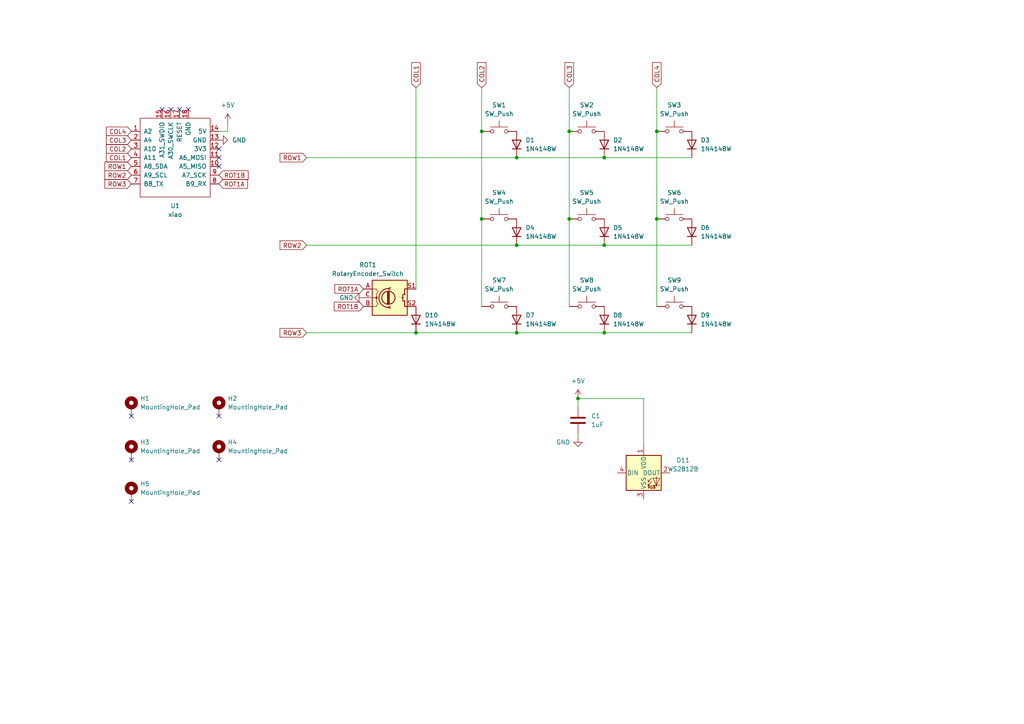
<source format=kicad_sch>
(kicad_sch (version 20230121) (generator eeschema)
  (paper "A4")
  (lib_symbols
    (symbol "Device:C" (pin_numbers hide) (pin_names (offset 0.254))
      (property "Reference" "C" (at 0.635 2.54 0))
      (property "Value" "C" (at 0.635 -2.54 0))
      (symbol "C_0_1"
        (polyline (pts (xy -2.032 -0.762) (xy 2.032 -0.762)) (stroke (width 0.508)))
        (polyline (pts (xy -2.032 0.762) (xy 2.032 0.762)) (stroke (width 0.508)))
      )
      (symbol "C_1_1"
        (pin passive line (at 0 3.81 270) (length 2.794) (name "~") (number "1"))
        (pin passive line (at 0 -3.81 90) (length 2.794) (name "~") (number "2"))
      )
    )
    (symbol "Device:RotaryEncoder_Switch" (pin_names (offset 0.254) hide)
      (property "Reference" "SW" (at 0 6.604 0))
      (property "Value" "RotaryEncoder_Switch" (at 0 -6.604 0))
      (symbol "RotaryEncoder_Switch_0_1"
        (rectangle (start -5.08 5.08) (end 5.08 -5.08) (stroke (width 0.254)) (fill (type background)))
        (circle (center -3.81 0) (radius 0.254) (fill (type outline)))
        (circle (center -0.381 0) (radius 1.905) (stroke (width 0.254)))
        (arc (start -0.381 2.667) (mid -3.0988 -0.0635) (end -0.381 -2.794) (stroke (width 0.254)))
        (polyline (pts (xy -0.635 -1.778) (xy -0.635 1.778)) (stroke (width 0.254)))
        (polyline (pts (xy -0.381 -1.778) (xy -0.381 1.778)) (stroke (width 0.254)))
        (polyline (pts (xy -0.127 1.778) (xy -0.127 -1.778)) (stroke (width 0.254)))
        (polyline (pts (xy 3.81 0) (xy 3.429 0)) (stroke (width 0.254)))
        (polyline (pts (xy 3.81 1.016) (xy 3.81 -1.016)) (stroke (width 0.254)))
        (polyline (pts (xy -5.08 -2.54) (xy -3.81 -2.54) (xy -3.81 -2.032)))
        (polyline (pts (xy -5.08 2.54) (xy -3.81 2.54) (xy -3.81 2.032)))
        (polyline (pts (xy 0.254 -3.048) (xy -0.508 -2.794) (xy 0.127 -2.413)) (stroke (width 0.254)))
        (polyline (pts (xy 0.254 2.921) (xy -0.508 2.667) (xy 0.127 2.286)) (stroke (width 0.254)))
        (polyline (pts (xy 5.08 -2.54) (xy 4.318 -2.54) (xy 4.318 -1.016)) (stroke (width 0.254)))
        (polyline (pts (xy 5.08 2.54) (xy 4.318 2.54) (xy 4.318 1.016)) (stroke (width 0.254)))
        (polyline (pts (xy -5.08 0) (xy -3.81 0) (xy -3.81 -1.016) (xy -3.302 -2.032)))
        (polyline (pts (xy -4.318 0) (xy -3.81 0) (xy -3.81 1.016) (xy -3.302 2.032)))
        (circle (center 4.318 -1.016) (radius 0.127) (stroke (width 0.254)))
        (circle (center 4.318 1.016) (radius 0.127) (stroke (width 0.254)))
      )
      (symbol "RotaryEncoder_Switch_1_1"
        (pin passive line (at -7.62 2.54 0) (length 2.54) (name "A") (number "A"))
        (pin passive line (at -7.62 -2.54 0) (length 2.54) (name "B") (number "B"))
        (pin passive line (at -7.62 0 0) (length 2.54) (name "C") (number "C"))
        (pin passive line (at 7.62 2.54 180) (length 2.54) (name "S1") (number "S1"))
        (pin passive line (at 7.62 -2.54 180) (length 2.54) (name "S2") (number "S2"))
      )
    )
    (symbol "Diode:1N4148W" (pin_numbers hide) (pin_names (offset 1.016) hide)
      (property "Reference" "D" (at 0 2.54 0))
      (property "Value" "1N4148W" (at 0 -2.54 0))
      (symbol "1N4148W_0_1"
        (polyline (pts (xy -1.27 1.27) (xy -1.27 -1.27)) (stroke (width 0.254)))
        (polyline (pts (xy 1.27 0) (xy -1.27 0)))
        (polyline (pts (xy 1.27 1.27) (xy 1.27 -1.27) (xy -1.27 0) (xy 1.27 1.27)) (stroke (width 0.254)))
      )
      (symbol "1N4148W_1_1"
        (pin passive line (at -3.81 0 0) (length 2.54) (name "K") (number "1"))
        (pin passive line (at 3.81 0 180) (length 2.54) (name "A") (number "2"))
      )
    )
    (symbol "LED:WS2812B" (pin_names (offset 0.254))
      (property "Reference" "D" (at 5.08 5.715 0))
      (property "Value" "WS2812B" (at 1.27 -5.715 0))
      (symbol "WS2812B_0_0"
        (text "RGB" (at 2.286 -4.191 0) (effects (font (size 0.762 0.762))))
      )
      (symbol "WS2812B_0_1"
        (polyline (pts (xy 1.27 -3.556) (xy 1.778 -3.556)))
        (polyline (pts (xy 1.27 -2.54) (xy 1.778 -2.54)))
        (polyline (pts (xy 4.699 -3.556) (xy 2.667 -3.556)))
        (polyline (pts (xy 2.286 -2.54) (xy 1.27 -3.556) (xy 1.27 -3.048)))
        (polyline (pts (xy 2.286 -1.524) (xy 1.27 -2.54) (xy 1.27 -2.032)))
        (polyline (pts (xy 3.683 -1.016) (xy 3.683 -3.556) (xy 3.683 -4.064)))
        (polyline (pts (xy 4.699 -1.524) (xy 2.667 -1.524) (xy 3.683 -3.556) (xy 4.699 -1.524)))
        (rectangle (start 5.08 5.08) (end -5.08 -5.08) (stroke (width 0.254)) (fill (type background)))
      )
      (symbol "WS2812B_1_1"
        (pin power_in line (at 0 7.62 270) (length 2.54) (name "VDD") (number "1"))
        (pin output line (at 7.62 0 180) (length 2.54) (name "DOUT") (number "2"))
        (pin power_in line (at 0 -7.62 90) (length 2.54) (name "VSS") (number "3"))
        (pin input line (at -7.62 0 0) (length 2.54) (name "DIN") (number "4"))
      )
    )
    (symbol "Mechanical:MountingHole_Pad" (pin_numbers hide) (pin_names (offset 1.016) hide)
      (property "Reference" "H" (at 0 6.35 0))
      (property "Value" "MountingHole_Pad" (at 0 4.445 0))
      (symbol "MountingHole_Pad_0_1"
        (circle (center 0 1.27) (radius 1.27) (stroke (width 1.27)))
      )
      (symbol "MountingHole_Pad_1_1"
        (pin input line (at 0 -2.54 90) (length 2.54) (name "1") (number "1"))
      )
    )
    (symbol "Switch:SW_Push" (pin_numbers hide) (pin_names (offset 1.016) hide)
      (property "Reference" "SW" (at 1.27 2.54 0))
      (property "Value" "SW_Push" (at 0 -1.524 0))
      (symbol "SW_Push_0_1"
        (circle (center -2.032 0) (radius 0.508))
        (polyline (pts (xy 0 1.27) (xy 0 3.048)))
        (polyline (pts (xy 2.54 1.27) (xy -2.54 1.27)))
        (circle (center 2.032 0) (radius 0.508))
        (pin passive line (at -5.08 0 0) (length 2.54) (name "1") (number "1"))
        (pin passive line (at 5.08 0 180) (length 2.54) (name "2") (number "2"))
      )
    )
    (symbol "mcu:xiao" (pin_names (offset 1.016))
      (property "Reference" "U" (at -10.16 15.24 0))
      (property "Value" "xiao" (at -8.89 12.7 0))
      (symbol "xiao_0_1"
        (rectangle (start -10.16 11.43) (end 10.16 -11.43))
      )
      (symbol "xiao_1_1"
        (pin bidirectional line (at -12.7 7.62 0) (length 2.54) (name "A2") (number "1"))
        (pin bidirectional line (at 12.7 -2.54 180) (length 2.54) (name "A5_MISO") (number "10"))
        (pin bidirectional line (at 12.7 0 180) (length 2.54) (name "A6_MOSI") (number "11"))
        (pin power_out line (at 12.7 2.54 180) (length 2.54) (name "3V3") (number "12"))
        (pin power_out line (at 12.7 5.08 180) (length 2.54) (name "GND") (number "13"))
        (pin power_out line (at 12.7 7.62 180) (length 2.54) (name "5V") (number "14"))
        (pin input line (at -3.81 13.97 270) (length 2.54) (name "A31_SWDIO") (number "15"))
        (pin input line (at -1.27 13.97 270) (length 2.54) (name "A30_SWCLK") (number "16"))
        (pin input line (at 1.27 13.97 270) (length 2.54) (name "RESET") (number "17"))
        (pin power_out line (at 3.81 13.97 270) (length 2.54) (name "GND") (number "18"))
        (pin bidirectional line (at -12.7 5.08 0) (length 2.54) (name "A4") (number "2"))
        (pin bidirectional line (at -12.7 2.54 0) (length 2.54) (name "A10") (number "3"))
        (pin bidirectional line (at -12.7 0 0) (length 2.54) (name "A11") (number "4"))
        (pin bidirectional line (at -12.7 -2.54 0) (length 2.54) (name "A8_SDA") (number "5"))
        (pin bidirectional line (at -12.7 -5.08 0) (length 2.54) (name "A9_SCL") (number "6"))
        (pin bidirectional line (at -12.7 -7.62 0) (length 2.54) (name "B8_TX") (number "7"))
        (pin bidirectional line (at 12.7 -7.62 180) (length 2.54) (name "B9_RX") (number "8"))
        (pin bidirectional line (at 12.7 -5.08 180) (length 2.54) (name "A7_SCK") (number "9"))
      )
    )
    (symbol "power:+5V" (power) (pin_names (offset 0))
      (property "Value" "+5V" (at 0 3.556 0))
      (symbol "+5V_0_1"
        (polyline (pts (xy -0.762 1.27) (xy 0 2.54)))
        (polyline (pts (xy 0 0) (xy 0 2.54)))
        (polyline (pts (xy 0 2.54) (xy 0.762 1.27)))
      )
      (symbol "+5V_1_1"
        (pin power_in line (at 0 0 90) (length 0) hide (name "+5V") (number "1"))
      )
    )
    (symbol "power:GND" (power) (pin_names (offset 0))
      (property "Value" "GND" (at 0 -3.81 0))
      (symbol "GND_0_1"
        (polyline (pts (xy 0 0) (xy 0 -1.27) (xy 1.27 -1.27) (xy 0 -2.54) (xy -1.27 -1.27) (xy 0 -1.27)))
      )
      (symbol "GND_1_1"
        (pin power_in line (at 0 0 270) (length 0) hide (name "GND") (number "1"))
      )
    )
  )
  (junction (at 167.64 115.57))
  (junction (at 175.26 96.52))
  (junction (at 190.5 38.1))
  (junction (at 149.86 71.12))
  (junction (at 165.1 38.1))
  (junction (at 175.26 45.72))
  (junction (at 139.7 63.5))
  (junction (at 175.26 71.12))
  (junction (at 165.1 63.5))
  (junction (at 149.86 96.52))
  (junction (at 139.7 38.1))
  (junction (at 149.86 45.72))
  (junction (at 190.5 63.5))
  (junction (at 120.65 96.52))
  (no_connect (at 38.1 120.65))
  (no_connect (at 46.99 31.75))
  (no_connect (at 49.53 31.75))
  (no_connect (at 52.07 31.75))
  (no_connect (at 54.61 31.75))
  (no_connect (at 63.5 43.18))
  (no_connect (at 38.1 133.35))
  (no_connect (at 63.5 120.65))
  (no_connect (at 63.5 48.26))
  (no_connect (at 63.5 45.72))
  (no_connect (at 63.5 133.35))
  (no_connect (at 38.1 145.415))
  (wire (pts (xy 175.26 96.52) (xy 200.66 96.52)))
  (wire (pts (xy 186.69 115.57) (xy 186.69 129.54)))
  (wire (pts (xy 190.5 63.5) (xy 190.5 88.9)))
  (wire (pts (xy 167.64 115.57) (xy 167.64 118.11)))
  (wire (pts (xy 149.86 71.12) (xy 175.26 71.12)))
  (wire (pts (xy 165.1 38.1) (xy 165.1 63.5)))
  (wire (pts (xy 88.9 71.12) (xy 149.86 71.12)))
  (wire (pts (xy 88.9 96.52) (xy 120.65 96.52)))
  (wire (pts (xy 165.1 25.4) (xy 165.1 38.1)))
  (wire (pts (xy 120.65 96.52) (xy 149.86 96.52)))
  (wire (pts (xy 139.7 25.4) (xy 139.7 38.1)))
  (wire (pts (xy 149.86 96.52) (xy 175.26 96.52)))
  (wire (pts (xy 66.04 38.1) (xy 66.04 35.56)))
  (wire (pts (xy 165.1 63.5) (xy 165.1 88.9)))
  (wire (pts (xy 139.7 38.1) (xy 139.7 63.5)))
  (wire (pts (xy 167.64 115.57) (xy 186.69 115.57)))
  (wire (pts (xy 120.65 25.4) (xy 120.65 83.82)))
  (wire (pts (xy 167.64 125.73) (xy 167.64 127)))
  (wire (pts (xy 190.5 38.1) (xy 190.5 63.5)))
  (wire (pts (xy 149.86 45.72) (xy 175.26 45.72)))
  (wire (pts (xy 88.9 45.72) (xy 149.86 45.72)))
  (wire (pts (xy 190.5 25.4) (xy 190.5 38.1)))
  (wire (pts (xy 175.26 45.72) (xy 200.66 45.72)))
  (wire (pts (xy 139.7 63.5) (xy 139.7 88.9)))
  (wire (pts (xy 175.26 71.12) (xy 200.66 71.12)))
  (wire (pts (xy 63.5 38.1) (xy 66.04 38.1)))
  (global_label "ROT1A" (shape input) (at 63.5 53.34 0) (property "Intersheetrefs" "${INTERSHEET_REFS}" (effects hide)))
  (global_label "ROW3" (shape input) (at 38.1 53.34 180) (property "Intersheetrefs" "${INTERSHEET_REFS}" (effects hide)))
  (global_label "ROW2" (shape input) (at 38.1 50.8 180) (property "Intersheetrefs" "${INTERSHEET_REFS}" (effects hide)))
  (global_label "ROT1B" (shape input) (at 105.41 88.9 180) (property "Intersheetrefs" "${INTERSHEET_REFS}" (effects hide)))
  (global_label "ROW3" (shape input) (at 88.9 96.52 180) (property "Intersheetrefs" "${INTERSHEET_REFS}" (effects hide)))
  (global_label "ROW1" (shape input) (at 88.9 45.72 180) (property "Intersheetrefs" "${INTERSHEET_REFS}" (effects hide)))
  (global_label "COL2" (shape input) (at 38.1 43.18 180) (property "Intersheetrefs" "${INTERSHEET_REFS}" (effects hide)))
  (global_label "COL3" (shape input) (at 165.1 25.4 90) (property "Intersheetrefs" "${INTERSHEET_REFS}" (effects hide)))
  (global_label "ROT1A" (shape input) (at 105.41 83.82 180) (property "Intersheetrefs" "${INTERSHEET_REFS}" (effects hide)))
  (global_label "COL4" (shape input) (at 190.5 25.4 90) (property "Intersheetrefs" "${INTERSHEET_REFS}" (effects hide)))
  (global_label "ROT1B" (shape input) (at 63.5 50.8 0) (property "Intersheetrefs" "${INTERSHEET_REFS}" (effects hide)))
  (global_label "COL2" (shape input) (at 139.7 25.4 90) (property "Intersheetrefs" "${INTERSHEET_REFS}" (effects hide)))
  (global_label "COL1" (shape input) (at 38.1 45.72 180) (property "Intersheetrefs" "${INTERSHEET_REFS}" (effects hide)))
  (global_label "ROW1" (shape input) (at 38.1 48.26 180) (property "Intersheetrefs" "${INTERSHEET_REFS}" (effects hide)))
  (global_label "COL3" (shape input) (at 38.1 40.64 180) (property "Intersheetrefs" "${INTERSHEET_REFS}" (effects hide)))
  (global_label "COL1" (shape input) (at 120.65 25.4 90) (property "Intersheetrefs" "${INTERSHEET_REFS}" (effects hide)))
  (global_label "COL4" (shape input) (at 38.1 38.1 180) (property "Intersheetrefs" "${INTERSHEET_REFS}" (effects hide)))
  (global_label "ROW2" (shape input) (at 88.9 71.12 180) (property "Intersheetrefs" "${INTERSHEET_REFS}" (effects hide)))
  (symbol (lib_id "Switch:SW_Push") (at 170.18 63.5 0) (unit 1)
    (property "Reference" "SW5" (at 170.18 55.88 0))
    (property "Value" "SW_Push" (at 170.18 58.42 0))
    (property "Footprint" "kleeb-pg1350:pg1350-H" (effects hide))
  )
  (symbol (lib_id "Diode:1N4148W") (at 200.66 92.71 90) (unit 1)
    (property "Reference" "D9" (at 203.2 91.4399 90) (effects (justify right)))
    (property "Value" "1N4148W" (at 203.2 93.9799 90) (effects (justify right)))
    (property "Footprint" "Diode_SMD:D_SOD-123" (effects hide))
    (property "Datasheet" "https://www.vishay.com/docs/85748/1n4148w.pdf" (effects hide))
  )
  (symbol (lib_id "Device:RotaryEncoder_Switch") (at 113.03 86.36 0) (unit 1)
    (property "Reference" "ROT1" (at 106.68 76.835 0))
    (property "Value" "RotaryEncoder_Switch" (at 106.68 79.375 0))
    (property "Footprint" "keebio:RotaryEncoder_EC11" (effects hide))
  )
  (symbol (lib_id "Switch:SW_Push") (at 170.18 38.1 0) (unit 1)
    (property "Reference" "SW2" (at 170.18 30.48 0))
    (property "Value" "SW_Push" (at 170.18 33.02 0))
    (property "Footprint" "kleeb-pg1350:pg1350-H" (effects hide))
  )
  (symbol (lib_id "Switch:SW_Push") (at 144.78 88.9 0) (unit 1)
    (property "Reference" "SW7" (at 144.78 81.28 0))
    (property "Value" "SW_Push" (at 144.78 83.82 0))
    (property "Footprint" "kleeb-pg1350:pg1350-H" (effects hide))
  )
  (symbol (lib_id "Switch:SW_Push") (at 195.58 63.5 0) (unit 1)
    (property "Reference" "SW6" (at 195.58 55.88 0))
    (property "Value" "SW_Push" (at 195.58 58.42 0))
    (property "Footprint" "kleeb-pg1350:pg1350-H" (effects hide))
  )
  (symbol (lib_id "Diode:1N4148W") (at 200.66 41.91 90) (unit 1)
    (property "Reference" "D3" (at 203.2 40.6399 90) (effects (justify right)))
    (property "Value" "1N4148W" (at 203.2 43.1799 90) (effects (justify right)))
    (property "Footprint" "Diode_SMD:D_SOD-123" (effects hide))
    (property "Datasheet" "https://www.vishay.com/docs/85748/1n4148w.pdf" (effects hide))
  )
  (symbol (lib_id "Diode:1N4148W") (at 149.86 67.31 90) (unit 1)
    (property "Reference" "D4" (at 152.4 66.0399 90) (effects (justify right)))
    (property "Value" "1N4148W" (at 152.4 68.5799 90) (effects (justify right)))
    (property "Footprint" "Diode_SMD:D_SOD-123" (effects hide))
    (property "Datasheet" "https://www.vishay.com/docs/85748/1n4148w.pdf" (effects hide))
  )
  (symbol (lib_id "Diode:1N4148W") (at 149.86 41.91 90) (unit 1)
    (property "Reference" "D1" (at 152.4 40.6399 90) (effects (justify right)))
    (property "Value" "1N4148W" (at 152.4 43.1799 90) (effects (justify right)))
    (property "Footprint" "Diode_SMD:D_SOD-123" (effects hide))
    (property "Datasheet" "https://www.vishay.com/docs/85748/1n4148w.pdf" (effects hide))
  )
  (symbol (lib_id "Mechanical:MountingHole_Pad") (at 38.1 142.875 0) (unit 1)
    (property "Reference" "H5" (at 40.64 140.3349 0) (effects (justify left)))
    (property "Value" "MountingHole_Pad" (at 40.64 142.8749 0) (effects (justify left)))
    (property "Footprint" "MountingHole:MountingHole_2.2mm_M2_DIN965_Pad" (effects hide))
  )
  (symbol (lib_id "Diode:1N4148W") (at 200.66 67.31 90) (unit 1)
    (property "Reference" "D6" (at 203.2 66.0399 90) (effects (justify right)))
    (property "Value" "1N4148W" (at 203.2 68.5799 90) (effects (justify right)))
    (property "Footprint" "Diode_SMD:D_SOD-123" (effects hide))
    (property "Datasheet" "https://www.vishay.com/docs/85748/1n4148w.pdf" (effects hide))
  )
  (symbol (lib_id "Mechanical:MountingHole_Pad") (at 63.5 130.81 0) (unit 1)
    (property "Reference" "H4" (at 66.04 128.2699 0) (effects (justify left)))
    (property "Value" "MountingHole_Pad" (at 66.04 130.8099 0) (effects (justify left)))
    (property "Footprint" "MountingHole:MountingHole_2.2mm_M2_DIN965_Pad" (effects hide))
  )
  (symbol (lib_id "Diode:1N4148W") (at 175.26 67.31 90) (unit 1)
    (property "Reference" "D5" (at 177.8 66.0399 90) (effects (justify right)))
    (property "Value" "1N4148W" (at 177.8 68.5799 90) (effects (justify right)))
    (property "Footprint" "Diode_SMD:D_SOD-123" (effects hide))
    (property "Datasheet" "https://www.vishay.com/docs/85748/1n4148w.pdf" (effects hide))
  )
  (symbol (lib_id "Switch:SW_Push") (at 144.78 38.1 0) (unit 1)
    (property "Reference" "SW1" (at 144.78 30.48 0))
    (property "Value" "SW_Push" (at 144.78 33.02 0))
    (property "Footprint" "kleeb-pg1350:pg1350-H" (effects hide))
  )
  (symbol (lib_id "Device:C") (at 167.64 121.92 0) (unit 1)
    (property "Reference" "C1" (at 171.45 120.65 0) (effects (justify left)))
    (property "Value" "1uF" (at 171.45 123.19 0) (effects (justify left)))
  )
  (symbol (lib_id "Switch:SW_Push") (at 170.18 88.9 0) (unit 1)
    (property "Reference" "SW8" (at 170.18 81.28 0))
    (property "Value" "SW_Push" (at 170.18 83.82 0))
    (property "Footprint" "kleeb-pg1350:pg1350-H" (effects hide))
  )
  (symbol (lib_id "Diode:1N4148W") (at 149.86 92.71 90) (unit 1)
    (property "Reference" "D7" (at 152.4 91.4399 90) (effects (justify right)))
    (property "Value" "1N4148W" (at 152.4 93.9799 90) (effects (justify right)))
    (property "Footprint" "Diode_SMD:D_SOD-123" (effects hide))
    (property "Datasheet" "https://www.vishay.com/docs/85748/1n4148w.pdf" (effects hide))
  )
  (symbol (lib_id "LED:WS2812B") (at 186.69 137.16 0) (unit 1)
    (property "Reference" "D11" (at 198.12 133.5121 0))
    (property "Value" "WS2812B" (at 198.12 136.0521 0))
    (property "Footprint" "LED_SMD:LED_WS2812B_PLCC4_5.0x5.0mm_P3.2mm" (effects hide))
    (property "Datasheet" "https://cdn-shop.adafruit.com/datasheets/WS2812B.pdf" (effects hide))
  )
  (symbol (lib_id "Mechanical:MountingHole_Pad") (at 63.5 118.11 0) (unit 1)
    (property "Reference" "H2" (at 66.04 115.5699 0) (effects (justify left)))
    (property "Value" "MountingHole_Pad" (at 66.04 118.1099 0) (effects (justify left)))
    (property "Footprint" "MountingHole:MountingHole_2.2mm_M2_DIN965_Pad" (effects hide))
  )
  (symbol (lib_id "Diode:1N4148W") (at 175.26 41.91 90) (unit 1)
    (property "Reference" "D2" (at 177.8 40.6399 90) (effects (justify right)))
    (property "Value" "1N4148W" (at 177.8 43.1799 90) (effects (justify right)))
    (property "Footprint" "Diode_SMD:D_SOD-123" (effects hide))
    (property "Datasheet" "https://www.vishay.com/docs/85748/1n4148w.pdf" (effects hide))
  )
  (symbol (lib_id "Mechanical:MountingHole_Pad") (at 38.1 130.81 0) (unit 1)
    (property "Reference" "H3" (at 40.64 128.2699 0) (effects (justify left)))
    (property "Value" "MountingHole_Pad" (at 40.64 130.8099 0) (effects (justify left)))
    (property "Footprint" "MountingHole:MountingHole_2.2mm_M2_DIN965_Pad" (effects hide))
  )
  (symbol (lib_id "power:+5V") (at 66.04 35.56 0) (unit 1)
    (property "Reference" "#PWR01" (effects hide))
    (property "Value" "+5V" (at 66.04 30.48 0))
  )
  (symbol (lib_id "Switch:SW_Push") (at 144.78 63.5 0) (unit 1)
    (property "Reference" "SW4" (at 144.78 55.88 0))
    (property "Value" "SW_Push" (at 144.78 58.42 0))
    (property "Footprint" "kleeb-pg1350:pg1350-H" (effects hide))
  )
  (symbol (lib_id "Mechanical:MountingHole_Pad") (at 38.1 118.11 0) (unit 1)
    (property "Reference" "H1" (at 40.64 115.5699 0) (effects (justify left)))
    (property "Value" "MountingHole_Pad" (at 40.64 118.1099 0) (effects (justify left)))
    (property "Footprint" "MountingHole:MountingHole_2.2mm_M2_DIN965_Pad" (effects hide))
  )
  (symbol (lib_id "power:GND") (at 167.64 127 0) (unit 1)
    (property "Reference" "#PWR05" (effects hide))
    (property "Value" "GND" (at 161.29 128.27 0) (effects (justify left)))
  )
  (symbol (lib_id "power:GND") (at 105.41 86.36 270) (unit 1)
    (property "Reference" "#PWR03" (effects hide))
    (property "Value" "GND" (at 98.425 86.36 90) (effects (justify left)))
  )
  (symbol (lib_id "power:GND") (at 63.5 40.64 90) (unit 1)
    (property "Reference" "#PWR02" (effects hide))
    (property "Value" "GND" (at 67.31 40.6399 90) (effects (justify right)))
  )
  (symbol (lib_id "Diode:1N4148W") (at 175.26 92.71 90) (unit 1)
    (property "Reference" "D8" (at 177.8 91.4399 90) (effects (justify right)))
    (property "Value" "1N4148W" (at 177.8 93.9799 90) (effects (justify right)))
    (property "Footprint" "Diode_SMD:D_SOD-123" (effects hide))
    (property "Datasheet" "https://www.vishay.com/docs/85748/1n4148w.pdf" (effects hide))
  )
  (symbol (lib_id "Switch:SW_Push") (at 195.58 38.1 0) (unit 1)
    (property "Reference" "SW3" (at 195.58 30.48 0))
    (property "Value" "SW_Push" (at 195.58 33.02 0))
    (property "Footprint" "kleeb-pg1350:pg1350-H" (effects hide))
  )
  (symbol (lib_id "mcu:xiao") (at 50.8 45.72 0) (unit 1)
    (property "Reference" "U1" (at 50.8 59.69 0))
    (property "Value" "xiao" (at 50.8 62.23 0))
    (property "Footprint" "kleeb-mcu:xiao-tht" (effects hide))
  )
  (symbol (lib_id "power:+5V") (at 167.64 115.57 0) (unit 1)
    (property "Reference" "#PWR04" (effects hide))
    (property "Value" "+5V" (at 167.64 110.49 0))
  )
  (symbol (lib_id "Diode:1N4148W") (at 120.65 92.71 90) (unit 1)
    (property "Reference" "D10" (at 123.19 91.4399 90) (effects (justify right)))
    (property "Value" "1N4148W" (at 123.19 93.9799 90) (effects (justify right)))
    (property "Footprint" "Diode_SMD:D_SOD-123" (effects hide))
    (property "Datasheet" "https://www.vishay.com/docs/85748/1n4148w.pdf" (effects hide))
  )
  (symbol (lib_id "Switch:SW_Push") (at 195.58 88.9 0) (unit 1)
    (property "Reference" "SW9" (at 195.58 81.28 0))
    (property "Value" "SW_Push" (at 195.58 83.82 0))
    (property "Footprint" "kleeb-pg1350:pg1350-H" (effects hide))
  )
)
</source>
